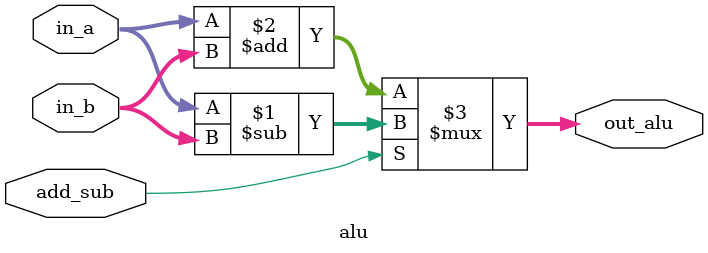
<source format=v>


module alu (input  wire [7:0] in_a,
            input  wire [7:0] in_b,
            input  wire       add_sub,
            output wire [7:0] out_alu);

assign out_alu = add_sub ? in_a - in_b : in_a + in_b;

endmodule 

</source>
